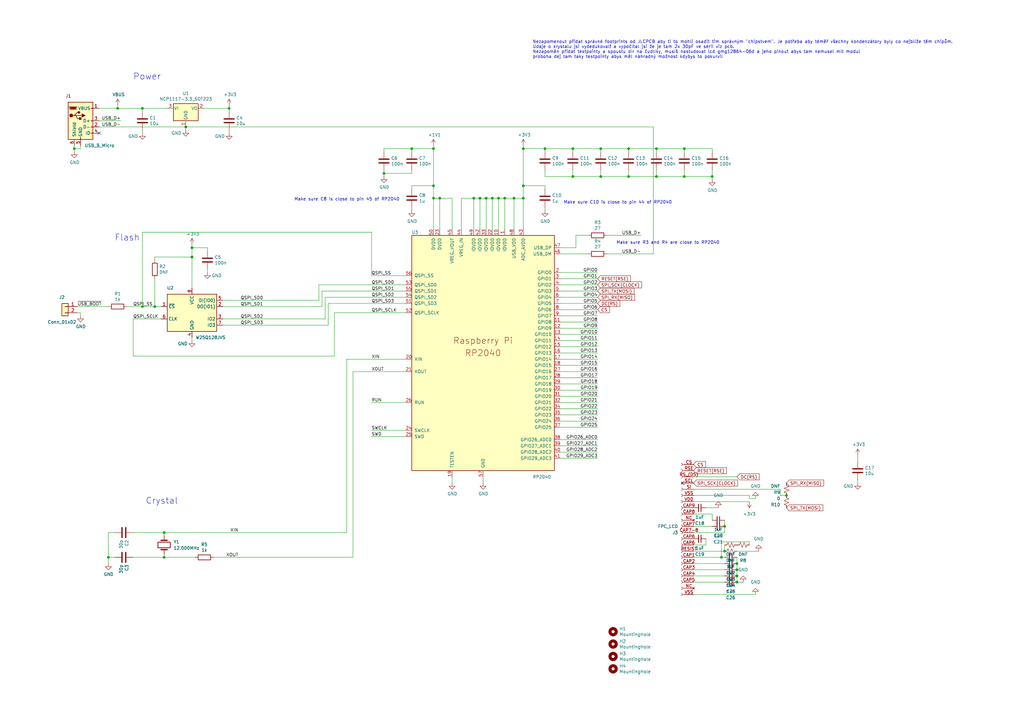
<source format=kicad_sch>
(kicad_sch (version 20211123) (generator eeschema)
  (paper "A3")
  (title_block (title "RP2040 Minimal Design Example") (date "2020-12-18") (rev "REV1") (company "Raspberry Pi (Trading) Ltd"))
  (lib_symbols
    (symbol "Connector:FPC_LCD" (pin_names (offset 1.016) hide)
      (property "Reference" "J?" (at 1.27 0.0001 0))
      (property "Value" "FPC_LCD" (at 1.27 -2.5399 0))
      (symbol "FPC_LCD_1_1"
        (arc (start 0 -27.432) (mid -0.508 -27.94) (end 0 -28.448) (stroke (width 0.1524)))
        (arc (start 0 -24.892) (mid -0.508 -25.4) (end 0 -25.908) (stroke (width 0.1524)))
        (arc (start 0 -22.352) (mid -0.508 -22.86) (end 0 -23.368) (stroke (width 0.1524)))
        (arc (start 0 -19.812) (mid -0.508 -20.32) (end 0 -20.828) (stroke (width 0.1524)))
        (arc (start 0 -17.272) (mid -0.508 -17.78) (end 0 -18.288) (stroke (width 0.1524)))
        (arc (start 0 -14.732) (mid -0.508 -15.24) (end 0 -15.748) (stroke (width 0.1524)))
        (arc (start 0 -12.192) (mid -0.508 -12.7) (end 0 -13.208) (stroke (width 0.1524)))
        (arc (start 0 -9.652) (mid -0.508 -10.16) (end 0 -10.668) (stroke (width 0.1524)))
        (arc (start 0 -7.112) (mid -0.508 -7.62) (end 0 -8.128) (stroke (width 0.1524)))
        (arc (start 0 -4.572) (mid -0.508 -5.08) (end 0 -5.588) (stroke (width 0.1524)))
        (arc (start 0 -2.032) (mid -0.508 -2.54) (end 0 -3.048) (stroke (width 0.1524)))
        (polyline (pts (xy -1.27 -27.94) (xy -0.508 -27.94)) (stroke (width 0.1524)))
        (polyline (pts (xy -1.27 -25.4) (xy -0.508 -25.4)) (stroke (width 0.1524)))
        (polyline (pts (xy -1.27 -22.86) (xy -0.508 -22.86)) (stroke (width 0.1524)))
        (polyline (pts (xy -1.27 -20.32) (xy -0.508 -20.32)) (stroke (width 0.1524)))
        (polyline (pts (xy -1.27 -17.78) (xy -0.508 -17.78)) (stroke (width 0.1524)))
        (polyline (pts (xy -1.27 -15.24) (xy -0.508 -15.24)) (stroke (width 0.1524)))
        (polyline (pts (xy -1.27 -12.7) (xy -0.508 -12.7)) (stroke (width 0.1524)))
        (polyline (pts (xy -1.27 -10.16) (xy -0.508 -10.16)) (stroke (width 0.1524)))
        (polyline (pts (xy -1.27 -7.62) (xy -0.508 -7.62)) (stroke (width 0.1524)))
        (polyline (pts (xy -1.27 -5.08) (xy -0.508 -5.08)) (stroke (width 0.1524)))
        (polyline (pts (xy -1.27 -2.54) (xy -0.508 -2.54)) (stroke (width 0.1524)))
        (polyline (pts (xy -1.27 0) (xy -0.508 0)) (stroke (width 0.1524)))
        (polyline (pts (xy -1.27 2.54) (xy -0.508 2.54)) (stroke (width 0.1524)))
        (polyline (pts (xy -1.27 5.08) (xy -0.508 5.08)) (stroke (width 0.1524)))
        (polyline (pts (xy -1.27 7.62) (xy -0.508 7.62)) (stroke (width 0.1524)))
        (polyline (pts (xy -1.27 10.16) (xy -0.508 10.16)) (stroke (width 0.1524)))
        (polyline (pts (xy -1.27 12.7) (xy -0.508 12.7)) (stroke (width 0.1524)))
        (polyline (pts (xy -1.27 15.24) (xy -0.508 15.24)) (stroke (width 0.1524)))
        (polyline (pts (xy -1.27 17.78) (xy -0.508 17.78)) (stroke (width 0.1524)))
        (polyline (pts (xy -1.27 20.32) (xy -0.508 20.32)) (stroke (width 0.1524)))
        (polyline (pts (xy -1.27 22.86) (xy -0.508 22.86)) (stroke (width 0.1524)))
        (polyline (pts (xy -1.27 25.4) (xy -0.508 25.4)) (stroke (width 0.1524)))
        (arc (start 0 0.508) (mid -0.508 0) (end 0 -0.508) (stroke (width 0.1524)))
        (arc (start 0 3.048) (mid -0.508 2.54) (end 0 2.032) (stroke (width 0.1524)))
        (arc (start 0 5.588) (mid -0.508 5.08) (end 0 4.572) (stroke (width 0.1524)))
        (arc (start 0 8.128) (mid -0.508 7.62) (end 0 7.112) (stroke (width 0.1524)))
        (arc (start 0 10.668) (mid -0.508 10.16) (end 0 9.652) (stroke (width 0.1524)))
        (arc (start 0 13.208) (mid -0.508 12.7) (end 0 12.192) (stroke (width 0.1524)))
        (arc (start 0 15.748) (mid -0.508 15.24) (end 0 14.732) (stroke (width 0.1524)))
        (arc (start 0 18.288) (mid -0.508 17.78) (end 0 17.272) (stroke (width 0.1524)))
        (arc (start 0 20.828) (mid -0.508 20.32) (end 0 19.812) (stroke (width 0.1524)))
        (arc (start 0 23.368) (mid -0.508 22.86) (end 0 22.352) (stroke (width 0.1524)))
        (arc (start 0 25.908) (mid -0.508 25.4) (end 0 24.892) (stroke (width 0.1524)))
        (pin unspecified line (at -5.08 10.16 0) (length 3.81) (name "Pin_7") (number "CAP1"))
        (pin unspecified line (at -5.08 12.7 0) (length 3.81) (name "Pin_6") (number "CAP2"))
        (pin unspecified line (at -5.08 15.24 0) (length 3.81) (name "Pin_5") (number "CAP3"))
        (pin unspecified line (at -5.08 17.78 0) (length 3.81) (name "Pin_4") (number "CAP4"))
        (pin unspecified line (at -5.08 20.32 0) (length 3.81) (name "Pin_3") (number "CAP5"))
        (pin unspecified line (at -5.08 2.54 0) (length 3.81) (name "Pin_10") (number "CAP6"))
        (pin unspecified line (at -5.08 5.08 0) (length 3.81) (name "Pin_9") (number "CAP6"))
        (pin unspecified line (at -5.08 -2.54 0) (length 3.81) (name "Pin_12") (number "CAP7"))
        (pin unspecified line (at -5.08 0 0) (length 3.81) (name "Pin_11") (number "CAP7-8"))
        (pin unspecified line (at -5.08 -7.62 0) (length 3.81) (name "Pin_14") (number "CAP8"))
        (pin unspecified line (at -5.08 -10.16 0) (length 3.81) (name "Pin_15") (number "CAP9"))
        (pin input line (at -5.08 -27.94 0) (length 3.81) (name "Pin_22") (number "CS"))
        (pin no_connect line (at -5.08 -5.08 0) (length 3.81) (name "Pin_13") (number "NC"))
        (pin no_connect line (at -5.08 22.86 0) (length 3.81) (name "Pin_2") (number "NC"))
        (pin unspecified line (at -5.08 7.62 0) (length 3.81) (name "Pin_8") (number "RESIST"))
        (pin input line (at -5.08 -25.4 0) (length 3.81) (name "Pin_21") (number "RSE"))
        (pin input line (at -5.08 -22.86 0) (length 3.81) (name "Pin_20") (number "RS_(DS)"))
        (pin input clock (at -5.08 -20.32 0) (length 3.81) (name "Pin_19") (number "SCL"))
        (pin input line (at -5.08 -17.78 0) (length 3.81) (name "Pin_18") (number "SI"))
        (pin power_in line (at -5.08 -12.7 0) (length 3.81) (name "Pin_16") (number "VDD"))
        (pin power_in line (at -5.08 25.4 0) (length 3.81) (name "Pin_1") (number "VSS"))
        (pin power_in line (at -5.08 -15.24 0) (length 3.81) (name "Pin_17") (number "VSS"))
      )
    )
    (symbol "Connector:USB_B_Micro" (pin_names (offset 1.016))
      (property "Reference" "J" (at -5.08 11.43 0))
      (property "Value" "USB_B_Micro" (at -5.08 8.89 0))
      (symbol "USB_B_Micro_0_1"
        (rectangle (start -5.08 -7.62) (end 5.08 7.62) (stroke (width 0.254)) (fill (type background)))
        (circle (center -3.81 2.159) (radius 0.635) (stroke (width 0.254)) (fill (type outline)))
        (circle (center -0.635 3.429) (radius 0.381) (stroke (width 0.254)) (fill (type outline)))
        (rectangle (start -0.127 -7.62) (end 0.127 -6.858))
        (polyline (pts (xy -1.905 2.159) (xy 0.635 2.159)) (stroke (width 0.254)))
        (polyline (pts (xy -3.175 2.159) (xy -2.54 2.159) (xy -1.27 3.429) (xy -0.635 3.429)) (stroke (width 0.254)))
        (polyline (pts (xy -2.54 2.159) (xy -1.905 2.159) (xy -1.27 0.889) (xy 0 0.889)) (stroke (width 0.254)))
        (polyline (pts (xy 0.635 2.794) (xy 0.635 1.524) (xy 1.905 2.159) (xy 0.635 2.794)) (stroke (width 0.254)) (fill (type outline)))
        (polyline (pts (xy -4.318 5.588) (xy -1.778 5.588) (xy -2.032 4.826) (xy -4.064 4.826) (xy -4.318 5.588)) (fill (type outline)))
        (polyline (pts (xy -4.699 5.842) (xy -4.699 5.588) (xy -4.445 4.826) (xy -4.445 4.572) (xy -1.651 4.572) (xy -1.651 4.826) (xy -1.397 5.588) (xy -1.397 5.842) (xy -4.699 5.842)))
        (rectangle (start 0.254 1.27) (end -0.508 0.508) (stroke (width 0.254)) (fill (type outline)))
        (rectangle (start 5.08 -5.207) (end 4.318 -4.953))
        (rectangle (start 5.08 -2.667) (end 4.318 -2.413))
        (rectangle (start 5.08 -0.127) (end 4.318 0.127))
        (rectangle (start 5.08 4.953) (end 4.318 5.207))
      )
      (symbol "USB_B_Micro_1_1"
        (pin power_out line (at 7.62 5.08 180) (length 2.54) (name "VBUS") (number "1"))
        (pin bidirectional line (at 7.62 -2.54 180) (length 2.54) (name "D-") (number "2"))
        (pin bidirectional line (at 7.62 0 180) (length 2.54) (name "D+") (number "3"))
        (pin passive line (at 7.62 -5.08 180) (length 2.54) (name "ID") (number "4"))
        (pin power_out line (at 0 -10.16 90) (length 2.54) (name "GND") (number "5"))
        (pin passive line (at -2.54 -10.16 90) (length 2.54) (name "Shield") (number "6"))
      )
    )
    (symbol "Connector_Generic:Conn_01x02" (pin_names (offset 1.016) hide)
      (property "Reference" "J" (at 0 2.54 0))
      (property "Value" "Conn_01x02" (at 0 -5.08 0))
      (symbol "Conn_01x02_1_1"
        (rectangle (start -1.27 -2.413) (end 0 -2.667) (stroke (width 0.1524)))
        (rectangle (start -1.27 0.127) (end 0 -0.127) (stroke (width 0.1524)))
        (rectangle (start -1.27 1.27) (end 1.27 -3.81) (stroke (width 0.254)) (fill (type background)))
        (pin passive line (at -5.08 0 0) (length 3.81) (name "Pin_1") (number "1"))
        (pin passive line (at -5.08 -2.54 0) (length 3.81) (name "Pin_2") (number "2"))
      )
    )
    (symbol "Device:C" (pin_numbers hide) (pin_names (offset 0.254))
      (property "Reference" "C" (at 0.635 2.54 0))
      (property "Value" "C" (at 0.635 -2.54 0))
      (symbol "C_0_1"
        (polyline (pts (xy -2.032 -0.762) (xy 2.032 -0.762)) (stroke (width 0.508)))
        (polyline (pts (xy -2.032 0.762) (xy 2.032 0.762)) (stroke (width 0.508)))
      )
      (symbol "C_1_1"
        (pin passive line (at 0 3.81 270) (length 2.794) (name "~") (number "1"))
        (pin passive line (at 0 -3.81 90) (length 2.794) (name "~") (number "2"))
      )
    )
    (symbol "Device:C_Small" (pin_numbers hide) (pin_names (offset 0.254) hide)
      (property "Reference" "C" (at 0.254 1.778 0))
      (property "Value" "C_Small" (at 0.254 -2.032 0))
      (symbol "C_Small_0_1"
        (polyline (pts (xy -1.524 -0.508) (xy 1.524 -0.508)) (stroke (width 0.3302)))
        (polyline (pts (xy -1.524 0.508) (xy 1.524 0.508)) (stroke (width 0.3048)))
      )
      (symbol "C_Small_1_1"
        (pin passive line (at 0 2.54 270) (length 2.032) (name "~") (number "1"))
        (pin passive line (at 0 -2.54 90) (length 2.032) (name "~") (number "2"))
      )
    )
    (symbol "Device:Crystal" (pin_numbers hide) (pin_names (offset 1.016) hide)
      (property "Reference" "Y" (at 0 3.81 0))
      (property "Value" "Crystal" (at 0 -3.81 0))
      (symbol "Crystal_0_1"
        (rectangle (start -1.143 2.54) (end 1.143 -2.54) (stroke (width 0.3048)))
        (polyline (pts (xy -2.54 0) (xy -1.905 0)))
        (polyline (pts (xy -1.905 -1.27) (xy -1.905 1.27)) (stroke (width 0.508)))
        (polyline (pts (xy 1.905 -1.27) (xy 1.905 1.27)) (stroke (width 0.508)))
        (polyline (pts (xy 2.54 0) (xy 1.905 0)))
      )
      (symbol "Crystal_1_1"
        (pin passive line (at -3.81 0 0) (length 1.27) (name "1") (number "1"))
        (pin passive line (at 3.81 0 180) (length 1.27) (name "2") (number "2"))
      )
    )
    (symbol "Device:R" (pin_numbers hide) (pin_names (offset 0))
      (property "Reference" "R" (at 2.032 0 90))
      (property "Value" "R" (at 0 0 90))
      (symbol "R_0_1"
        (rectangle (start -1.016 -2.54) (end 1.016 2.54) (stroke (width 0.254)))
      )
      (symbol "R_1_1"
        (pin passive line (at 0 3.81 270) (length 1.27) (name "~") (number "1"))
        (pin passive line (at 0 -3.81 90) (length 1.27) (name "~") (number "2"))
      )
    )
    (symbol "Device:R_Small_US" (pin_numbers hide) (pin_names (offset 0.254) hide)
      (property "Reference" "R" (at 0.762 0.508 0))
      (property "Value" "R_Small_US" (at 0.762 -1.016 0))
      (symbol "R_Small_US_1_1"
        (polyline (pts (xy 0 0) (xy 1.016 -0.381) (xy 0 -0.762) (xy -1.016 -1.143) (xy 0 -1.524)))
        (polyline (pts (xy 0 1.524) (xy 1.016 1.143) (xy 0 0.762) (xy -1.016 0.381) (xy 0 0)))
        (pin passive line (at 0 2.54 270) (length 1.016) (name "~") (number "1"))
        (pin passive line (at 0 -2.54 90) (length 1.016) (name "~") (number "2"))
      )
    )
    (symbol "MCU_RaspberryPi_RP2040:RP2040" (pin_names (offset 1.016))
      (property "Reference" "U" (at -29.21 49.53 0))
      (property "Value" "RP2040" (at 24.13 -49.53 0))
      (symbol "RP2040_0_0"
        (text "Raspberry Pi" (at 0 5.08 0) (effects (font (size 2.54 2.54))))
        (text "RP2040" (at 0 0 0) (effects (font (size 2.54 2.54))))
      )
      (symbol "RP2040_0_1"
        (rectangle (start 29.21 48.26) (end -29.21 -48.26) (stroke (width 0.254)) (fill (type background)))
      )
      (symbol "RP2040_1_1"
        (pin power_in line (at 8.89 50.8 270) (length 2.54) (name "IOVDD") (number "1"))
        (pin power_in line (at 6.35 50.8 270) (length 2.54) (name "IOVDD") (number "10"))
        (pin bidirectional line (at 31.75 12.7 180) (length 2.54) (name "GPIO8") (number "11"))
        (pin bidirectional line (at 31.75 10.16 180) (length 2.54) (name "GPIO9") (number "12"))
        (pin bidirectional line (at 31.75 7.62 180) (length 2.54) (name "GPIO10") (number "13"))
        (pin bidirectional line (at 31.75 5.08 180) (length 2.54) (name "GPIO11") (number "14"))
        (pin bidirectional line (at 31.75 2.54 180) (length 2.54) (name "GPIO12") (number "15"))
        (pin bidirectional line (at 31.75 0 180) (length 2.54) (name "GPIO13") (number "16"))
        (pin bidirectional line (at 31.75 -2.54 180) (length 2.54) (name "GPIO14") (number "17"))
        (pin bidirectional line (at 31.75 -5.08 180) (length 2.54) (name "GPIO15") (number "18"))
        (pin passive line (at -12.7 -50.8 90) (length 2.54) (name "TESTEN") (number "19"))
        (pin bidirectional line (at 31.75 33.02 180) (length 2.54) (name "GPIO0") (number "2"))
        (pin input line (at -31.75 -2.54 0) (length 2.54) (name "XIN") (number "20"))
        (pin passive line (at -31.75 -7.62 0) (length 2.54) (name "XOUT") (number "21"))
        (pin power_in line (at 3.81 50.8 270) (length 2.54) (name "IOVDD") (number "22"))
        (pin power_in line (at -17.78 50.8 270) (length 2.54) (name "DVDD") (number "23"))
        (pin output line (at -31.75 -31.75 0) (length 2.54) (name "SWCLK") (number "24"))
        (pin bidirectional line (at -31.75 -34.29 0) (length 2.54) (name "SWD") (number "25"))
        (pin input line (at -31.75 -20.32 0) (length 2.54) (name "RUN") (number "26"))
        (pin bidirectional line (at 31.75 -7.62 180) (length 2.54) (name "GPIO16") (number "27"))
        (pin bidirectional line (at 31.75 -10.16 180) (length 2.54) (name "GPIO17") (number "28"))
        (pin bidirectional line (at 31.75 -12.7 180) (length 2.54) (name "GPIO18") (number "29"))
        (pin bidirectional line (at 31.75 30.48 180) (length 2.54) (name "GPIO1") (number "3"))
        (pin bidirectional line (at 31.75 -15.24 180) (length 2.54) (name "GPIO19") (number "30"))
        (pin bidirectional line (at 31.75 -17.78 180) (length 2.54) (name "GPIO20") (number "31"))
        (pin bidirectional line (at 31.75 -20.32 180) (length 2.54) (name "GPIO21") (number "32"))
        (pin power_in line (at 1.27 50.8 270) (length 2.54) (name "IOVDD") (number "33"))
        (pin bidirectional line (at 31.75 -22.86 180) (length 2.54) (name "GPIO22") (number "34"))
        (pin bidirectional line (at 31.75 -25.4 180) (length 2.54) (name "GPIO23") (number "35"))
        (pin bidirectional line (at 31.75 -27.94 180) (length 2.54) (name "GPIO24") (number "36"))
        (pin bidirectional line (at 31.75 -30.48 180) (length 2.54) (name "GPIO25") (number "37"))
        (pin bidirectional line (at 31.75 -35.56 180) (length 2.54) (name "GPIO26_ADC0") (number "38"))
        (pin bidirectional line (at 31.75 -38.1 180) (length 2.54) (name "GPIO27_ADC1") (number "39"))
        (pin bidirectional line (at 31.75 27.94 180) (length 2.54) (name "GPIO2") (number "4"))
        (pin bidirectional line (at 31.75 -40.64 180) (length 2.54) (name "GPIO28_ADC2") (number "40"))
        (pin bidirectional line (at 31.75 -43.18 180) (length 2.54) (name "GPIO29_ADC3") (number "41"))
        (pin power_in line (at -1.27 50.8 270) (length 2.54) (name "IOVDD") (number "42"))
        (pin power_in line (at 16.51 50.8 270) (length 2.54) (name "ADC_AVDD") (number "43"))
        (pin power_in line (at -8.89 50.8 270) (length 2.54) (name "VREG_IN") (number "44"))
        (pin power_out line (at -12.7 50.8 270) (length 2.54) (name "VREG_VOUT") (number "45"))
        (pin bidirectional line (at 31.75 40.64 180) (length 2.54) (name "USB_DM") (number "46"))
        (pin bidirectional line (at 31.75 43.18 180) (length 2.54) (name "USB_DP") (number "47"))
        (pin power_in line (at 12.7 50.8 270) (length 2.54) (name "USB_VDD") (number "48"))
        (pin power_in line (at -3.81 50.8 270) (length 2.54) (name "IOVDD") (number "49"))
        (pin bidirectional line (at 31.75 25.4 180) (length 2.54) (name "GPIO3") (number "5"))
        (pin power_in line (at -20.32 50.8 270) (length 2.54) (name "DVDD") (number "50"))
        (pin bidirectional line (at -31.75 20.32 0) (length 2.54) (name "QSPI_SD3") (number "51"))
        (pin output line (at -31.75 16.51 0) (length 2.54) (name "QSPI_SCLK") (number "52"))
        (pin bidirectional line (at -31.75 27.94 0) (length 2.54) (name "QSPI_SD0") (number "53"))
        (pin bidirectional line (at -31.75 22.86 0) (length 2.54) (name "QSPI_SD2") (number "54"))
        (pin bidirectional line (at -31.75 25.4 0) (length 2.54) (name "QSPI_SD1") (number "55"))
        (pin bidirectional line (at -31.75 31.75 0) (length 2.54) (name "QSPI_SS") (number "56"))
        (pin power_in line (at 0 -50.8 90) (length 2.54) (name "GND") (number "57"))
        (pin bidirectional line (at 31.75 22.86 180) (length 2.54) (name "GPIO4") (number "6"))
        (pin bidirectional line (at 31.75 20.32 180) (length 2.54) (name "GPIO5") (number "7"))
        (pin bidirectional line (at 31.75 17.78 180) (length 2.54) (name "GPIO6") (number "8"))
        (pin bidirectional line (at 31.75 15.24 180) (length 2.54) (name "GPIO7") (number "9"))
      )
    )
    (symbol "Mechanical:MountingHole" (pin_names (offset 1.016))
      (property "Reference" "H" (at 0 5.08 0))
      (property "Value" "MountingHole" (at 0 3.175 0))
      (symbol "MountingHole_0_1"
        (circle (center 0 0) (radius 1.27) (stroke (width 1.27)))
      )
    )
    (symbol "Memory_Flash:W25Q128JVS"
      (property "Reference" "U" (at -8.89 8.89 0))
      (property "Value" "W25Q128JVS" (at 7.62 8.89 0))
      (symbol "W25Q128JVS_0_1"
        (rectangle (start -10.16 7.62) (end 10.16 -7.62) (stroke (width 0.254)) (fill (type background)))
      )
      (symbol "W25Q128JVS_1_1"
        (pin input line (at -12.7 2.54 0) (length 2.54) (name "~{CS}") (number "1"))
        (pin bidirectional line (at 12.7 2.54 180) (length 2.54) (name "DO(IO1)") (number "2"))
        (pin bidirectional line (at 12.7 -2.54 180) (length 2.54) (name "IO2") (number "3"))
        (pin power_in line (at 0 -10.16 90) (length 2.54) (name "GND") (number "4"))
        (pin bidirectional line (at 12.7 5.08 180) (length 2.54) (name "DI(IO0)") (number "5"))
        (pin input line (at -12.7 -2.54 0) (length 2.54) (name "CLK") (number "6"))
        (pin bidirectional line (at 12.7 -5.08 180) (length 2.54) (name "IO3") (number "7"))
        (pin power_in line (at 0 10.16 270) (length 2.54) (name "VCC") (number "8"))
      )
    )
    (symbol "Regulator_Linear:NCP1117-3.3_SOT223" (pin_names (offset 0.254))
      (property "Reference" "U" (at -3.81 3.175 0))
      (property "Value" "NCP1117-3.3_SOT223" (at 0 3.175 0))
      (symbol "NCP1117-3.3_SOT223_0_1"
        (rectangle (start -5.08 -5.08) (end 5.08 1.905) (stroke (width 0.254)) (fill (type background)))
      )
      (symbol "NCP1117-3.3_SOT223_1_1"
        (pin power_in line (at 0 -7.62 90) (length 2.54) (name "GND") (number "1"))
        (pin power_out line (at 7.62 0 180) (length 2.54) (name "VO") (number "2"))
        (pin power_in line (at -7.62 0 0) (length 2.54) (name "VI") (number "3"))
      )
    )
    (symbol "power:+1V1" (power) (pin_names (offset 0))
      (property "Value" "+1V1" (at 0 3.556 0))
      (symbol "+1V1_0_1"
        (polyline (pts (xy -0.762 1.27) (xy 0 2.54)))
        (polyline (pts (xy 0 0) (xy 0 2.54)))
        (polyline (pts (xy 0 2.54) (xy 0.762 1.27)))
      )
      (symbol "+1V1_1_1"
        (pin power_in line (at 0 0 90) (length 0) hide (name "+1V1") (number "1"))
      )
    )
    (symbol "power:+3V3" (power) (pin_names (offset 0))
      (property "Value" "+3V3" (at 0 3.556 0))
      (symbol "+3V3_0_1"
        (polyline (pts (xy -0.762 1.27) (xy 0 2.54)))
        (polyline (pts (xy 0 0) (xy 0 2.54)))
        (polyline (pts (xy 0 2.54) (xy 0.762 1.27)))
      )
      (symbol "+3V3_1_1"
        (pin power_in line (at 0 0 90) (length 0) hide (name "+3V3") (number "1"))
      )
    )
    (symbol "power:GND" (power) (pin_names (offset 0))
      (property "Value" "GND" (at 0 -3.81 0))
      (symbol "GND_0_1"
        (polyline (pts (xy 0 0) (xy 0 -1.27) (xy 1.27 -1.27) (xy 0 -2.54) (xy -1.27 -1.27) (xy 0 -1.27)))
      )
      (symbol "GND_1_1"
        (pin power_in line (at 0 0 270) (length 0) hide (name "GND") (number "1"))
      )
    )
    (symbol "power:VBUS" (power) (pin_names (offset 0))
      (property "Value" "VBUS" (at 0 3.81 0))
      (symbol "VBUS_0_1"
        (polyline (pts (xy -0.762 1.27) (xy 0 2.54)))
        (polyline (pts (xy 0 0) (xy 0 2.54)))
        (polyline (pts (xy 0 2.54) (xy 0.762 1.27)))
      )
      (symbol "VBUS_1_1"
        (pin power_in line (at 0 0 90) (length 0) hide (name "VBUS") (number "1"))
      )
    )
  )
  (junction (at 58.42 44.45))
  (junction (at 78.74 101.6))
  (junction (at 257.81 72.39))
  (junction (at 48.26 44.45))
  (junction (at 214.63 81.28))
  (junction (at 234.95 60.96))
  (junction (at 58.42 125.73))
  (junction (at 63.5 125.73))
  (junction (at 246.38 60.96))
  (junction (at 177.8 81.28))
  (junction (at 76.2 52.07))
  (junction (at 246.38 72.39))
  (junction (at 302.26 236.22))
  (junction (at 280.67 60.96))
  (junction (at 207.01 81.28))
  (junction (at 194.31 81.28))
  (junction (at 297.18 215.9))
  (junction (at 302.26 233.68))
  (junction (at 223.52 60.96))
  (junction (at 269.24 72.39))
  (junction (at 177.8 76.2))
  (junction (at 157.48 71.12))
  (junction (at 234.95 72.39))
  (junction (at 322.58 203.2))
  (junction (at 44.45 228.6))
  (junction (at 78.74 105.41))
  (junction (at 177.8 60.96))
  (junction (at 30.48 60.96))
  (junction (at 297.18 226.06))
  (junction (at 214.63 60.96))
  (junction (at 302.26 238.76))
  (junction (at 180.34 81.28))
  (junction (at 199.39 81.28))
  (junction (at 201.93 81.28))
  (junction (at 269.24 60.96))
  (junction (at 67.31 228.6))
  (junction (at 67.31 218.44))
  (junction (at 257.81 60.96))
  (junction (at 168.91 60.96))
  (junction (at 210.82 81.28))
  (junction (at 196.85 81.28))
  (junction (at 93.98 44.45))
  (junction (at 214.63 76.2))
  (junction (at 280.67 72.39))
  (junction (at 295.91 228.6))
  (junction (at 204.47 81.28))
  (junction (at 292.1 72.39))
  (junction (at 302.26 231.14))
  (no_connect (at 40.64 54.61))
  (wire (pts (xy 223.52 62.23) (xy 223.52 60.96)))
  (wire (pts (xy 33.02 60.96) (xy 30.48 60.96)))
  (wire (pts (xy 54.61 130.81) (xy 54.61 146.05)))
  (wire (pts (xy 185.42 195.58) (xy 185.42 198.12)))
  (wire (pts (xy 234.95 62.23) (xy 234.95 60.96)))
  (wire (pts (xy 58.42 95.25) (xy 152.4 95.25)))
  (wire (pts (xy 229.87 129.54) (xy 245.11 129.54)))
  (wire (pts (xy 302.26 238.76) (xy 302.26 236.22)))
  (wire (pts (xy 194.31 93.98) (xy 194.31 81.28)))
  (wire (pts (xy 292.1 210.82) (xy 292.1 213.36)))
  (wire (pts (xy 295.91 228.6) (xy 284.48 228.6)))
  (wire (pts (xy 229.87 187.96) (xy 245.11 187.96)))
  (wire (pts (xy 33.02 128.27) (xy 33.02 129.54)))
  (wire (pts (xy 229.87 154.94) (xy 245.11 154.94)))
  (wire (pts (xy 229.87 172.72) (xy 245.11 172.72)))
  (wire (pts (xy 194.31 81.28) (xy 196.85 81.28)))
  (wire (pts (xy 257.81 72.39) (xy 246.38 72.39)))
  (wire (pts (xy 234.95 72.39) (xy 223.52 72.39)))
  (wire (pts (xy 248.92 96.52) (xy 262.89 96.52)))
  (wire (pts (xy 58.42 125.73) (xy 63.5 125.73)))
  (wire (pts (xy 91.44 133.35) (xy 134.62 133.35)))
  (wire (pts (xy 48.26 43.18) (xy 48.26 44.45)))
  (wire (pts (xy 204.47 93.98) (xy 204.47 81.28)))
  (wire (pts (xy 229.87 152.4) (xy 245.11 152.4)))
  (wire (pts (xy 157.48 71.12) (xy 157.48 72.39)))
  (wire (pts (xy 229.87 170.18) (xy 245.11 170.18)))
  (wire (pts (xy 52.07 125.73) (xy 58.42 125.73)))
  (wire (pts (xy 144.78 152.4) (xy 144.78 228.6)))
  (wire (pts (xy 304.8 238.76) (xy 302.26 238.76)))
  (wire (pts (xy 199.39 81.28) (xy 201.93 81.28)))
  (wire (pts (xy 134.62 124.46) (xy 134.62 133.35)))
  (wire (pts (xy 297.18 226.06) (xy 284.48 226.06)))
  (wire (pts (xy 76.2 52.07) (xy 76.2 53.34)))
  (wire (pts (xy 229.87 121.92) (xy 245.11 121.92)))
  (wire (pts (xy 91.44 130.81) (xy 133.35 130.81)))
  (wire (pts (xy 302.26 236.22) (xy 302.26 233.68)))
  (wire (pts (xy 307.34 222.25) (xy 295.91 222.25)))
  (wire (pts (xy 204.47 81.28) (xy 207.01 81.28)))
  (wire (pts (xy 63.5 106.68) (xy 63.5 105.41)))
  (wire (pts (xy 280.67 69.85) (xy 280.67 72.39)))
  (wire (pts (xy 295.91 222.25) (xy 295.91 228.6)))
  (wire (pts (xy 229.87 175.26) (xy 245.11 175.26)))
  (wire (pts (xy 132.08 125.73) (xy 132.08 119.38)))
  (wire (pts (xy 297.18 236.22) (xy 284.48 236.22)))
  (wire (pts (xy 185.42 93.98) (xy 185.42 81.28)))
  (wire (pts (xy 297.18 231.14) (xy 284.48 231.14)))
  (wire (pts (xy 130.81 123.19) (xy 130.81 116.84)))
  (wire (pts (xy 307.34 203.2) (xy 307.34 204.47)))
  (wire (pts (xy 137.16 128.27) (xy 166.37 128.27)))
  (wire (pts (xy 30.48 60.96) (xy 30.48 62.23)))
  (wire (pts (xy 30.48 59.69) (xy 30.48 60.96)))
  (wire (pts (xy 68.58 44.45) (xy 58.42 44.45)))
  (wire (pts (xy 289.56 223.52) (xy 284.48 223.52)))
  (wire (pts (xy 91.44 123.19) (xy 130.81 123.19)))
  (wire (pts (xy 234.95 69.85) (xy 234.95 72.39)))
  (wire (pts (xy 177.8 59.69) (xy 177.8 60.96)))
  (wire (pts (xy 87.63 228.6) (xy 144.78 228.6)))
  (wire (pts (xy 196.85 93.98) (xy 196.85 81.28)))
  (wire (pts (xy 246.38 62.23) (xy 246.38 60.96)))
  (wire (pts (xy 302.26 231.14) (xy 302.26 228.6)))
  (wire (pts (xy 44.45 125.73) (xy 31.75 125.73)))
  (wire (pts (xy 67.31 227.33) (xy 67.31 228.6)))
  (wire (pts (xy 185.42 81.28) (xy 180.34 81.28)))
  (wire (pts (xy 44.45 228.6) (xy 44.45 231.14)))
  (wire (pts (xy 168.91 85.09) (xy 168.91 86.36)))
  (wire (pts (xy 214.63 76.2) (xy 223.52 76.2)))
  (wire (pts (xy 294.64 208.28) (xy 289.56 208.28)))
  (wire (pts (xy 157.48 69.85) (xy 157.48 71.12)))
  (wire (pts (xy 201.93 81.28) (xy 204.47 81.28)))
  (wire (pts (xy 307.34 204.47) (xy 309.88 204.47)))
  (wire (pts (xy 269.24 60.96) (xy 280.67 60.96)))
  (wire (pts (xy 78.74 100.33) (xy 78.74 101.6)))
  (wire (pts (xy 144.78 152.4) (xy 166.37 152.4)))
  (wire (pts (xy 44.45 218.44) (xy 44.45 228.6)))
  (wire (pts (xy 284.48 203.2) (xy 307.34 203.2)))
  (wire (pts (xy 210.82 81.28) (xy 214.63 81.28)))
  (wire (pts (xy 152.4 95.25) (xy 152.4 113.03)))
  (wire (pts (xy 48.26 44.45) (xy 58.42 44.45)))
  (wire (pts (xy 58.42 125.73) (xy 58.42 95.25)))
  (wire (pts (xy 229.87 149.86) (xy 245.11 149.86)))
  (wire (pts (xy 257.81 62.23) (xy 257.81 60.96)))
  (wire (pts (xy 269.24 62.23) (xy 269.24 60.96)))
  (wire (pts (xy 351.79 186.69) (xy 351.79 189.23)))
  (wire (pts (xy 83.82 44.45) (xy 93.98 44.45)))
  (wire (pts (xy 229.87 119.38) (xy 245.11 119.38)))
  (wire (pts (xy 214.63 60.96) (xy 214.63 76.2)))
  (wire (pts (xy 229.87 139.7) (xy 245.11 139.7)))
  (wire (pts (xy 297.18 233.68) (xy 284.48 233.68)))
  (wire (pts (xy 229.87 101.6) (xy 236.22 101.6)))
  (wire (pts (xy 236.22 96.52) (xy 236.22 101.6)))
  (wire (pts (xy 229.87 111.76) (xy 245.11 111.76)))
  (wire (pts (xy 85.09 102.87) (xy 85.09 101.6)))
  (wire (pts (xy 58.42 53.34) (xy 58.42 54.61)))
  (wire (pts (xy 267.97 52.07) (xy 267.97 104.14)))
  (wire (pts (xy 289.56 220.98) (xy 289.56 223.52)))
  (wire (pts (xy 223.52 60.96) (xy 234.95 60.96)))
  (wire (pts (xy 199.39 93.98) (xy 199.39 81.28)))
  (wire (pts (xy 229.87 114.3) (xy 245.11 114.3)))
  (wire (pts (xy 201.93 93.98) (xy 201.93 81.28)))
  (wire (pts (xy 229.87 165.1) (xy 245.11 165.1)))
  (wire (pts (xy 214.63 60.96) (xy 223.52 60.96)))
  (wire (pts (xy 269.24 69.85) (xy 269.24 72.39)))
  (wire (pts (xy 58.42 45.72) (xy 58.42 44.45)))
  (wire (pts (xy 63.5 114.3) (xy 63.5 125.73)))
  (wire (pts (xy 177.8 81.28) (xy 177.8 93.98)))
  (wire (pts (xy 157.48 60.96) (xy 168.91 60.96)))
  (wire (pts (xy 67.31 218.44) (xy 142.24 218.44)))
  (wire (pts (xy 76.2 52.07) (xy 267.97 52.07)))
  (wire (pts (xy 207.01 81.28) (xy 210.82 81.28)))
  (wire (pts (xy 166.37 113.03) (xy 152.4 113.03)))
  (wire (pts (xy 280.67 72.39) (xy 292.1 72.39)))
  (wire (pts (xy 229.87 180.34) (xy 245.11 180.34)))
  (wire (pts (xy 133.35 130.81) (xy 133.35 121.92)))
  (wire (pts (xy 180.34 93.98) (xy 180.34 81.28)))
  (wire (pts (xy 93.98 45.72) (xy 93.98 44.45)))
  (wire (pts (xy 166.37 165.1) (xy 152.4 165.1)))
  (wire (pts (xy 168.91 60.96) (xy 177.8 60.96)))
  (wire (pts (xy 189.23 81.28) (xy 194.31 81.28)))
  (wire (pts (xy 46.99 218.44) (xy 44.45 218.44)))
  (wire (pts (xy 280.67 60.96) (xy 292.1 60.96)))
  (wire (pts (xy 297.18 238.76) (xy 284.48 238.76)))
  (wire (pts (xy 157.48 71.12) (xy 168.91 71.12)))
  (wire (pts (xy 246.38 60.96) (xy 257.81 60.96)))
  (wire (pts (xy 302.26 233.68) (xy 302.26 231.14)))
  (wire (pts (xy 229.87 134.62) (xy 245.11 134.62)))
  (wire (pts (xy 214.63 81.28) (xy 214.63 93.98)))
  (wire (pts (xy 236.22 96.52) (xy 241.3 96.52)))
  (wire (pts (xy 229.87 157.48) (xy 245.11 157.48)))
  (wire (pts (xy 229.87 104.14) (xy 241.3 104.14)))
  (wire (pts (xy 284.48 218.44) (xy 297.18 218.44)))
  (wire (pts (xy 210.82 93.98) (xy 210.82 81.28)))
  (wire (pts (xy 168.91 71.12) (xy 168.91 69.85)))
  (wire (pts (xy 168.91 77.47) (xy 168.91 76.2)))
  (wire (pts (xy 78.74 138.43) (xy 78.74 139.7)))
  (wire (pts (xy 297.18 215.9) (xy 297.18 213.36)))
  (wire (pts (xy 229.87 124.46) (xy 245.11 124.46)))
  (wire (pts (xy 311.15 226.06) (xy 302.26 226.06)))
  (wire (pts (xy 229.87 147.32) (xy 245.11 147.32)))
  (wire (pts (xy 229.87 127) (xy 245.11 127)))
  (wire (pts (xy 257.81 69.85) (xy 257.81 72.39)))
  (wire (pts (xy 63.5 105.41) (xy 78.74 105.41)))
  (wire (pts (xy 85.09 101.6) (xy 78.74 101.6)))
  (wire (pts (xy 157.48 62.23) (xy 157.48 60.96)))
  (wire (pts (xy 54.61 228.6) (xy 67.31 228.6)))
  (wire (pts (xy 234.95 60.96) (xy 246.38 60.96)))
  (wire (pts (xy 307.34 205.74) (xy 284.48 205.74)))
  (wire (pts (xy 40.64 52.07) (xy 76.2 52.07)))
  (wire (pts (xy 223.52 77.47) (xy 223.52 76.2)))
  (wire (pts (xy 229.87 137.16) (xy 245.11 137.16)))
  (wire (pts (xy 229.87 116.84) (xy 245.11 116.84)))
  (wire (pts (xy 177.8 76.2) (xy 177.8 81.28)))
  (wire (pts (xy 246.38 72.39) (xy 234.95 72.39)))
  (wire (pts (xy 91.44 125.73) (xy 132.08 125.73)))
  (wire (pts (xy 93.98 44.45) (xy 93.98 43.18)))
  (wire (pts (xy 297.18 228.6) (xy 295.91 228.6)))
  (wire (pts (xy 198.12 195.58) (xy 198.12 198.12)))
  (wire (pts (xy 133.35 121.92) (xy 166.37 121.92)))
  (wire (pts (xy 134.62 124.46) (xy 166.37 124.46)))
  (wire (pts (xy 166.37 179.07) (xy 152.4 179.07)))
  (wire (pts (xy 223.52 85.09) (xy 223.52 86.36)))
  (wire (pts (xy 320.04 200.66) (xy 320.04 203.2)))
  (wire (pts (xy 269.24 72.39) (xy 257.81 72.39)))
  (wire (pts (xy 189.23 93.98) (xy 189.23 81.28)))
  (wire (pts (xy 142.24 218.44) (xy 142.24 147.32)))
  (wire (pts (xy 168.91 76.2) (xy 177.8 76.2)))
  (wire (pts (xy 93.98 53.34) (xy 93.98 54.61)))
  (wire (pts (xy 280.67 62.23) (xy 280.67 60.96)))
  (wire (pts (xy 31.75 128.27) (xy 33.02 128.27)))
  (wire (pts (xy 67.31 228.6) (xy 80.01 228.6)))
  (wire (pts (xy 223.52 69.85) (xy 223.52 72.39)))
  (wire (pts (xy 168.91 62.23) (xy 168.91 60.96)))
  (wire (pts (xy 214.63 76.2) (xy 214.63 81.28)))
  (wire (pts (xy 78.74 105.41) (xy 78.74 118.11)))
  (wire (pts (xy 54.61 218.44) (xy 67.31 218.44)))
  (wire (pts (xy 292.1 62.23) (xy 292.1 60.96)))
  (wire (pts (xy 309.88 243.84) (xy 284.48 243.84)))
  (wire (pts (xy 46.99 228.6) (xy 44.45 228.6)))
  (wire (pts (xy 207.01 81.28) (xy 207.01 93.98)))
  (wire (pts (xy 54.61 130.81) (xy 66.04 130.81)))
  (wire (pts (xy 257.81 60.96) (xy 269.24 60.96)))
  (wire (pts (xy 292.1 69.85) (xy 292.1 72.39)))
  (wire (pts (xy 67.31 218.44) (xy 67.31 219.71)))
  (wire (pts (xy 229.87 132.08) (xy 245.11 132.08)))
  (wire (pts (xy 40.64 44.45) (xy 48.26 44.45)))
  (wire (pts (xy 180.34 81.28) (xy 177.8 81.28)))
  (wire (pts (xy 137.16 146.05) (xy 137.16 128.27)))
  (wire (pts (xy 284.48 200.66) (xy 320.04 200.66)))
  (wire (pts (xy 302.26 195.58) (xy 284.48 195.58)))
  (wire (pts (xy 142.24 147.32) (xy 166.37 147.32)))
  (wire (pts (xy 229.87 142.24) (xy 245.11 142.24)))
  (wire (pts (xy 229.87 160.02) (xy 245.11 160.02)))
  (wire (pts (xy 196.85 81.28) (xy 199.39 81.28)))
  (wire (pts (xy 229.87 162.56) (xy 245.11 162.56)))
  (wire (pts (xy 351.79 196.85) (xy 351.79 198.12)))
  (wire (pts (xy 229.87 167.64) (xy 245.11 167.64)))
  (wire (pts (xy 40.64 49.53) (xy 49.53 49.53)))
  (wire (pts (xy 248.92 104.14) (xy 267.97 104.14)))
  (wire (pts (xy 85.09 110.49) (xy 85.09 111.76)))
  (wire (pts (xy 130.81 116.84) (xy 166.37 116.84)))
  (wire (pts (xy 284.48 210.82) (xy 292.1 210.82)))
  (wire (pts (xy 229.87 182.88) (xy 245.11 182.88)))
  (wire (pts (xy 280.67 72.39) (xy 269.24 72.39)))
  (wire (pts (xy 78.74 101.6) (xy 78.74 105.41)))
  (wire (pts (xy 246.38 69.85) (xy 246.38 72.39)))
  (wire (pts (xy 297.18 226.06) (xy 297.18 223.52)))
  (wire (pts (xy 132.08 119.38) (xy 166.37 119.38)))
  (wire (pts (xy 214.63 59.69) (xy 214.63 60.96)))
  (wire (pts (xy 292.1 215.9) (xy 284.48 215.9)))
  (wire (pts (xy 297.18 218.44) (xy 297.18 215.9)))
  (wire (pts (xy 229.87 185.42) (xy 245.11 185.42)))
  (wire (pts (xy 307.34 223.52) (xy 307.34 222.25)))
  (wire (pts (xy 229.87 144.78) (xy 245.11 144.78)))
  (wire (pts (xy 63.5 125.73) (xy 66.04 125.73)))
  (wire (pts (xy 292.1 72.39) (xy 292.1 73.66)))
  (wire (pts (xy 166.37 176.53) (xy 152.4 176.53)))
  (wire (pts (xy 33.02 59.69) (xy 33.02 60.96)))
  (wire (pts (xy 54.61 146.05) (xy 137.16 146.05)))
  (wire (pts (xy 320.04 203.2) (xy 322.58 203.2)))
  (wire (pts (xy 177.8 60.96) (xy 177.8 76.2)))
  (text "Nezapomenout přidat správné footprints od JLCPCB aby ti to mohli osadit tim správným \"chipstvem\". Je potřeba aby téměř všechny kondenzátory byly co nejblíže těm chipům.\nÚdaje o krystalu jsi vydedukoval! a vypočítal jsi že je tam 2x 30pF ve sérii viz pcb.\nNezapoměn přidat testpointy a spoustu dír na čudlíky, musíš nastudovat lcd gmg12864-06d a jeho pinout abys tam nemusel mít modul\nproboha dej tam taky testpointy abys měl náhradný možnost kdybys to pokurvil" (at 218.44 24.13 0) (effects (font (size 1.27 1.27)) (justify left bottom)))
  (text "Power" (at 54.61 33.02 0) (effects (font (size 2.54 2.54)) (justify left bottom)))
  (text "Crystal" (at 59.69 207.01 0) (effects (font (size 2.54 2.54)) (justify left bottom)))
  (text "Make sure C10 is close to pin 44 of RP2040" (at 231.14 83.82 0) (effects (font (size 1.27 1.27)) (justify left bottom)))
  (text "Make sure R3 and R4 are close to RP2040" (at 252.73 100.33 0) (effects (font (size 1.27 1.27)) (justify left bottom)))
  (text "Make sure C8 is close to pin 45 of RP2040" (at 120.65 82.55 0) (effects (font (size 1.27 1.27)) (justify left bottom)))
  (text "Flash" (at 46.99 99.06 0) (effects (font (size 2.54 2.54)) (justify left bottom)))
  (label "QSPI_SCLK" (at 152.4 128.27 0))
  (label "QSPI_SCLK" (at 54.61 130.81 0))
  (label "GPIO5" (at 245.11 124.46 180))
  (label "QSPI_SS" (at 152.4 113.03 0))
  (label "GPIO10" (at 245.11 137.16 180))
  (label "GPIO4" (at 245.11 121.92 180))
  (label "GPIO11" (at 245.11 139.7 180))
  (label "GPIO17" (at 245.11 154.94 180))
  (label "SWD" (at 152.4 179.07 0))
  (label "XOUT" (at 152.4 152.4 0))
  (label "USB_D-" (at 49.53 52.07 180))
  (label "QSPI_SD0" (at 107.95 123.19 180))
  (label "QSPI_SD1" (at 152.4 119.38 0))
  (label "GPIO25" (at 245.11 175.26 180))
  (label "QSPI_SD2" (at 107.95 130.81 180))
  (label "GPIO27_ADC1" (at 245.11 182.88 180))
  (label "GPIO3" (at 245.11 119.38 180))
  (label "XOUT" (at 97.79 228.6 180))
  (label "GPIO12" (at 245.11 142.24 180))
  (label "GPIO0" (at 245.11 111.76 180))
  (label "GPIO15" (at 245.11 149.86 180))
  (label "GPIO7" (at 245.11 129.54 180))
  (label "GPIO28_ADC2" (at 245.11 185.42 180))
  (label "GPIO22" (at 245.11 167.64 180))
  (label "GPIO20" (at 245.11 162.56 180))
  (label "GPIO16" (at 245.11 152.4 180))
  (label "QSPI_SS" (at 54.61 125.73 0))
  (label "~{USB_BOOT}" (at 31.75 125.73 0))
  (label "GPIO23" (at 245.11 170.18 180))
  (label "XIN" (at 152.4 147.32 0))
  (label "SWCLK" (at 152.4 176.53 0))
  (label "GPIO13" (at 245.11 144.78 180))
  (label "GPIO2" (at 245.11 116.84 180))
  (label "GPIO26_ADC0" (at 245.11 180.34 180))
  (label "QSPI_SD3" (at 107.95 133.35 180))
  (label "QSPI_SD1" (at 107.95 125.73 180))
  (label "QSPI_SD2" (at 152.4 121.92 0))
  (label "USB_D+" (at 262.89 96.52 180))
  (label "QSPI_SD3" (at 152.4 124.46 0))
  (label "GPIO14" (at 245.11 147.32 180))
  (label "GPIO19" (at 245.11 160.02 180))
  (label "GPIO9" (at 245.11 134.62 180))
  (label "USB_D-" (at 262.89 104.14 180))
  (label "USB_D+" (at 49.53 49.53 180))
  (label "XIN" (at 97.79 218.44 180))
  (label "QSPI_SD0" (at 152.4 116.84 0))
  (label "GPIO6" (at 245.11 127 180))
  (label "GPIO21" (at 245.11 165.1 180))
  (label "GPIO29_ADC3" (at 245.11 187.96 180))
  (label "GPIO1" (at 245.11 114.3 180))
  (label "GPIO8" (at 245.11 132.08 180))
  (label "GPIO24" (at 245.11 172.72 180))
  (label "RUN" (at 152.4 165.1 0))
  (label "GPIO18" (at 245.11 157.48 180))
  (global_label "SPI_TX(MOSI)" (shape input) (at 322.58 208.28 0) (property "Intersheet References" "${INTERSHEET_REFS}" (effects hide)))
  (global_label "CS" (shape input) (at 245.11 127 0) (property "Intersheet References" "${INTERSHEET_REFS}" (effects hide)))
  (global_label "CS" (shape input) (at 284.48 190.5 0) (property "Intersheet References" "${INTERSHEET_REFS}" (effects hide)))
  (global_label "RESET(RSE)" (shape input) (at 284.48 193.04 0) (property "Intersheet References" "${INTERSHEET_REFS}" (effects hide)))
  (global_label "RESET(RSE)" (shape input) (at 245.11 114.3 0) (property "Intersheet References" "${INTERSHEET_REFS}" (effects hide)))
  (global_label "DC(RS)" (shape input) (at 302.26 195.58 0) (property "Intersheet References" "${INTERSHEET_REFS}" (effects hide)))
  (global_label "SPI_RX(MISO)" (shape input) (at 322.58 198.12 0) (property "Intersheet References" "${INTERSHEET_REFS}" (effects hide)))
  (global_label "SPI_TX(MOSI)" (shape input) (at 245.11 119.38 0) (property "Intersheet References" "${INTERSHEET_REFS}" (effects hide)))
  (global_label "SPI_RX(MISO)" (shape input) (at 245.11 121.92 0) (property "Intersheet References" "${INTERSHEET_REFS}" (effects hide)))
  (global_label "DC(RS)" (shape input) (at 245.11 124.46 0) (property "Intersheet References" "${INTERSHEET_REFS}" (effects hide)))
  (global_label "SPI_SCK(CLOCK)" (shape input) (at 245.11 116.84 0) (property "Intersheet References" "${INTERSHEET_REFS}" (effects hide)))
  (global_label "SPI_SCK(CLOCK)" (shape input) (at 284.48 198.12 0) (property "Intersheet References" "${INTERSHEET_REFS}" (effects hide)))
  (symbol (lib_id "MCU_RaspberryPi_RP2040:RP2040") (at 198.12 144.78 0) (unit 1)
    (property "Reference" "U3" (at 170.18 95.25 0))
    (property "Value" "RP2040" (at 222.25 195.58 0))
    (property "Footprint" "RP2040_minimal:RP2040-QFN-56" (effects hide))
  )
  (symbol (lib_id "Device:C") (at 50.8 218.44 270) (unit 1)
    (property "Reference" "C2" (at 51.9684 221.361 0) (effects (justify left)))
    (property "Value" "30p" (at 49.657 221.361 0) (effects (justify left)))
    (property "Footprint" "Capacitor_SMD:C_0402_1005Metric" (effects hide))
  )
  (symbol (lib_id "Device:C") (at 50.8 228.6 270) (unit 1)
    (property "Reference" "C3" (at 51.9684 231.521 0) (effects (justify left)))
    (property "Value" "30p" (at 49.657 231.521 0) (effects (justify left)))
    (property "Footprint" "Capacitor_SMD:C_0402_1005Metric" (effects hide))
  )
  (symbol (lib_id "power:GND") (at 44.45 231.14 0) (unit 1)
    (property "Reference" "#PWR06" (effects hide))
    (property "Value" "GND" (at 44.577 235.5342 0))
  )
  (symbol (lib_id "Memory_Flash:W25Q128JVS") (at 78.74 128.27 0) (unit 1)
    (property "Reference" "U2" (at 69.85 118.11 0))
    (property "Value" "W25Q128JVS" (at 86.36 138.43 0))
    (property "Footprint" "Package_SO:SOIC-8_5.23x5.23mm_P1.27mm" (effects hide))
    (property "Datasheet" "http://www.winbond.com/resource-files/w25q128jv_dtr%20revc%2003272018%20plus.pdf" (effects hide))
  )
  (symbol (lib_id "power:+3V3") (at 78.74 100.33 0) (unit 1)
    (property "Reference" "#PWR07" (effects hide))
    (property "Value" "+3V3" (at 79.121 95.9358 0))
  )
  (symbol (lib_id "power:GND") (at 78.74 139.7 0) (unit 1)
    (property "Reference" "#PWR08" (effects hide))
    (property "Value" "GND" (at 74.93 140.97 0))
  )
  (symbol (lib_id "Device:R") (at 63.5 110.49 0) (unit 1)
    (property "Reference" "R2" (at 65.278 109.3216 0) (effects (justify left)))
    (property "Value" "DNF" (at 65.278 111.633 0) (effects (justify left)))
    (property "Footprint" "Capacitor_SMD:C_0402_1005Metric" (effects hide))
  )
  (symbol (lib_id "Device:R") (at 48.26 125.73 270) (unit 1)
    (property "Reference" "R1" (at 48.26 120.4722 90))
    (property "Value" "1k" (at 48.26 122.7836 90))
    (property "Footprint" "Capacitor_SMD:C_0402_1005Metric" (effects hide))
  )
  (symbol (lib_id "Device:C") (at 85.09 106.68 0) (unit 1)
    (property "Reference" "C5" (at 88.011 105.5116 0) (effects (justify left)))
    (property "Value" "100n" (at 88.011 107.823 0) (effects (justify left)))
    (property "Footprint" "Capacitor_SMD:C_0402_1005Metric" (effects hide))
  )
  (symbol (lib_id "power:GND") (at 85.09 111.76 0) (unit 1)
    (property "Reference" "#PWR011" (effects hide))
    (property "Value" "GND" (at 88.9 113.03 0))
  )
  (symbol (lib_id "Connector:USB_B_Micro") (at 33.02 49.53 0) (unit 1)
    (property "Reference" "J1" (at 29.21 39.37 0) (effects (justify right)))
    (property "Value" "USB_B_Micro" (at 46.99 59.69 0) (effects (justify right)))
    (property "Footprint" "RP2040_minimal:USB_Micro-B_Amphenol_10103594-0001LF_Horizontal_modified" (effects hide))
  )
  (symbol (lib_id "power:GND") (at 198.12 198.12 0) (unit 1)
    (property "Reference" "#PWR016" (effects hide))
    (property "Value" "GND" (at 198.247 202.5142 0))
  )
  (symbol (lib_id "power:GND") (at 185.42 198.12 0) (unit 1)
    (property "Reference" "#PWR015" (effects hide))
    (property "Value" "GND" (at 185.547 202.5142 0))
  )
  (symbol (lib_id "Device:R") (at 245.11 96.52 270) (unit 1)
    (property "Reference" "R3" (at 245.11 91.2622 90))
    (property "Value" "27" (at 245.11 93.5736 90))
    (property "Footprint" "Capacitor_SMD:C_0402_1005Metric" (effects hide))
  )
  (symbol (lib_id "Device:R") (at 245.11 104.14 270) (unit 1)
    (property "Reference" "R4" (at 245.11 98.8822 90))
    (property "Value" "27" (at 245.11 101.1936 90))
    (property "Footprint" "Capacitor_SMD:C_0402_1005Metric" (effects hide))
  )
  (symbol (lib_id "power:GND") (at 30.48 62.23 0) (unit 1)
    (property "Reference" "#PWR01" (effects hide))
    (property "Value" "GND" (at 30.607 66.6242 0))
  )
  (symbol (lib_id "power:+3V3") (at 214.63 59.69 0) (unit 1)
    (property "Reference" "#PWR017" (effects hide))
    (property "Value" "+3V3" (at 215.011 55.2958 0))
  )
  (symbol (lib_id "power:+1V1") (at 177.8 59.69 0) (unit 1)
    (property "Reference" "#PWR014" (effects hide))
    (property "Value" "+1V1" (at 178.181 55.2958 0))
  )
  (symbol (lib_id "Device:C") (at 223.52 66.04 0) (unit 1)
    (property "Reference" "C9" (at 226.441 64.8716 0) (effects (justify left)))
    (property "Value" "100n" (at 226.441 67.183 0) (effects (justify left)))
    (property "Footprint" "Capacitor_SMD:C_0402_1005Metric" (effects hide))
  )
  (symbol (lib_id "Device:C") (at 234.95 66.04 0) (unit 1)
    (property "Reference" "C11" (at 237.871 64.8716 0) (effects (justify left)))
    (property "Value" "100n" (at 237.871 67.183 0) (effects (justify left)))
    (property "Footprint" "Capacitor_SMD:C_0402_1005Metric" (effects hide))
  )
  (symbol (lib_id "Device:C") (at 246.38 66.04 0) (unit 1)
    (property "Reference" "C12" (at 249.301 64.8716 0) (effects (justify left)))
    (property "Value" "100n" (at 249.301 67.183 0) (effects (justify left)))
    (property "Footprint" "Capacitor_SMD:C_0402_1005Metric" (effects hide))
  )
  (symbol (lib_id "Device:C") (at 257.81 66.04 0) (unit 1)
    (property "Reference" "C13" (at 260.731 64.8716 0) (effects (justify left)))
    (property "Value" "100n" (at 260.731 67.183 0) (effects (justify left)))
    (property "Footprint" "Capacitor_SMD:C_0402_1005Metric" (effects hide))
  )
  (symbol (lib_id "Device:C") (at 269.24 66.04 0) (unit 1)
    (property "Reference" "C14" (at 272.161 64.8716 0) (effects (justify left)))
    (property "Value" "100n" (at 272.161 67.183 0) (effects (justify left)))
    (property "Footprint" "Capacitor_SMD:C_0402_1005Metric" (effects hide))
  )
  (symbol (lib_id "Device:C") (at 280.67 66.04 0) (unit 1)
    (property "Reference" "C15" (at 283.591 64.8716 0) (effects (justify left)))
    (property "Value" "100n" (at 283.591 67.183 0) (effects (justify left)))
    (property "Footprint" "Capacitor_SMD:C_0402_1005Metric" (effects hide))
  )
  (symbol (lib_id "Device:C") (at 292.1 66.04 0) (unit 1)
    (property "Reference" "C16" (at 295.021 64.8716 0) (effects (justify left)))
    (property "Value" "100n" (at 295.021 67.183 0) (effects (justify left)))
    (property "Footprint" "Capacitor_SMD:C_0402_1005Metric" (effects hide))
  )
  (symbol (lib_id "Device:C") (at 157.48 66.04 0) (unit 1)
    (property "Reference" "C6" (at 160.401 64.8716 0) (effects (justify left)))
    (property "Value" "100n" (at 160.401 67.183 0) (effects (justify left)))
    (property "Footprint" "Capacitor_SMD:C_0402_1005Metric" (effects hide))
  )
  (symbol (lib_id "Device:C") (at 168.91 66.04 0) (unit 1)
    (property "Reference" "C7" (at 171.831 64.8716 0) (effects (justify left)))
    (property "Value" "100n" (at 171.831 67.183 0) (effects (justify left)))
    (property "Footprint" "Capacitor_SMD:C_0402_1005Metric" (effects hide))
  )
  (symbol (lib_id "Device:C") (at 168.91 81.28 0) (unit 1)
    (property "Reference" "C8" (at 171.831 80.1116 0) (effects (justify left)))
    (property "Value" "1u" (at 171.831 82.423 0) (effects (justify left)))
    (property "Footprint" "Capacitor_SMD:C_0402_1005Metric" (effects hide))
  )
  (symbol (lib_id "Device:C") (at 223.52 81.28 0) (unit 1)
    (property "Reference" "C10" (at 226.441 80.1116 0) (effects (justify left)))
    (property "Value" "1u" (at 226.441 82.423 0) (effects (justify left)))
    (property "Footprint" "Capacitor_SMD:C_0402_1005Metric" (effects hide))
  )
  (symbol (lib_id "Mechanical:MountingHole") (at 251.46 259.08 0) (unit 1)
    (property "Reference" "H1" (at 254 257.9116 0) (effects (justify left)))
    (property "Value" "MountingHole" (at 254 260.223 0) (effects (justify left)))
    (property "Footprint" "MountingHole:MountingHole_2.7mm_M2.5" (effects hide))
  )
  (symbol (lib_id "Mechanical:MountingHole") (at 251.46 264.16 0) (unit 1)
    (property "Reference" "H2" (at 254 262.9916 0) (effects (justify left)))
    (property "Value" "MountingHole" (at 254 265.303 0) (effects (justify left)))
    (property "Footprint" "MountingHole:MountingHole_2.7mm_M2.5" (effects hide))
  )
  (symbol (lib_id "Mechanical:MountingHole") (at 251.46 269.24 0) (unit 1)
    (property "Reference" "H3" (at 254 268.0716 0) (effects (justify left)))
    (property "Value" "MountingHole" (at 254 270.383 0) (effects (justify left)))
    (property "Footprint" "MountingHole:MountingHole_2.7mm_M2.5" (effects hide))
  )
  (symbol (lib_id "Mechanical:MountingHole") (at 251.46 274.32 0) (unit 1)
    (property "Reference" "H4" (at 254 273.1516 0) (effects (justify left)))
    (property "Value" "MountingHole" (at 254 275.463 0) (effects (justify left)))
    (property "Footprint" "MountingHole:MountingHole_2.7mm_M2.5" (effects hide))
  )
  (symbol (lib_id "power:GND") (at 292.1 73.66 0) (unit 1)
    (property "Reference" "#PWR023" (effects hide))
    (property "Value" "GND" (at 292.227 78.0542 0))
  )
  (symbol (lib_id "power:GND") (at 157.48 72.39 0) (unit 1)
    (property "Reference" "#PWR012" (effects hide))
    (property "Value" "GND" (at 157.607 76.7842 0))
  )
  (symbol (lib_id "power:GND") (at 168.91 86.36 0) (unit 1)
    (property "Reference" "#PWR013" (effects hide))
    (property "Value" "GND" (at 169.037 90.7542 0))
  )
  (symbol (lib_id "power:GND") (at 223.52 86.36 0) (unit 1)
    (property "Reference" "#PWR018" (effects hide))
    (property "Value" "GND" (at 223.647 90.7542 0))
  )
  (symbol (lib_id "Regulator_Linear:NCP1117-3.3_SOT223") (at 76.2 44.45 0) (unit 1)
    (property "Reference" "U1" (at 76.2 38.3032 0))
    (property "Value" "NCP1117-3.3_SOT223" (at 76.2 40.6146 0))
    (property "Footprint" "Package_TO_SOT_SMD:SOT-223-3_TabPin2" (effects hide))
    (property "Datasheet" "http://www.onsemi.com/pub_link/Collateral/NCP1117-D.PDF" (effects hide))
  )
  (symbol (lib_id "power:VBUS") (at 48.26 43.18 0) (unit 1)
    (property "Reference" "#PWR03" (effects hide))
    (property "Value" "VBUS" (at 48.641 38.7858 0))
  )
  (symbol (lib_id "power:GND") (at 76.2 53.34 0) (unit 1)
    (property "Reference" "#PWR05" (effects hide))
    (property "Value" "GND" (at 72.39 54.61 0))
  )
  (symbol (lib_id "power:+3V3") (at 93.98 43.18 0) (unit 1)
    (property "Reference" "#PWR09" (effects hide))
    (property "Value" "+3V3" (at 94.361 38.7858 0))
  )
  (symbol (lib_id "Device:C") (at 58.42 49.53 0) (unit 1)
    (property "Reference" "C1" (at 61.341 48.3616 0) (effects (justify left)))
    (property "Value" "10u" (at 61.341 50.673 0) (effects (justify left)))
    (property "Footprint" "Capacitor_SMD:C_0805_2012Metric" (effects hide))
  )
  (symbol (lib_id "Device:C") (at 93.98 49.53 0) (unit 1)
    (property "Reference" "C4" (at 96.901 48.3616 0) (effects (justify left)))
    (property "Value" "10u" (at 96.901 50.673 0) (effects (justify left)))
    (property "Footprint" "Capacitor_SMD:C_0805_2012Metric" (effects hide))
  )
  (symbol (lib_id "power:GND") (at 58.42 54.61 0) (unit 1)
    (property "Reference" "#PWR04" (effects hide))
    (property "Value" "GND" (at 54.61 55.88 0))
  )
  (symbol (lib_id "power:GND") (at 93.98 54.61 0) (unit 1)
    (property "Reference" "#PWR010" (effects hide))
    (property "Value" "GND" (at 90.17 55.88 0))
  )
  (symbol (lib_id "Device:R") (at 83.82 228.6 270) (unit 1)
    (property "Reference" "R5" (at 83.82 223.3422 90))
    (property "Value" "1k" (at 83.82 225.6536 90))
    (property "Footprint" "Capacitor_SMD:C_0402_1005Metric" (effects hide))
  )
  (symbol (lib_id "power:+3V3") (at 351.79 186.69 0) (unit 1)
    (property "Reference" "#PWR024" (effects hide))
    (property "Value" "+3V3" (at 352.171 182.2958 0))
  )
  (symbol (lib_id "Device:C") (at 351.79 193.04 0) (unit 1)
    (property "Reference" "C17" (at 354.711 191.8716 0) (effects (justify left)))
    (property "Value" "10u" (at 354.711 194.183 0) (effects (justify left)))
    (property "Footprint" "Capacitor_SMD:C_0805_2012Metric" (effects hide))
  )
  (symbol (lib_id "power:GND") (at 351.79 198.12 0) (unit 1)
    (property "Reference" "#PWR025" (effects hide))
    (property "Value" "GND" (at 347.98 199.39 0))
  )
  (symbol (lib_id "Connector_Generic:Conn_01x02") (at 26.67 125.73 0) (mirror y) (unit 1)
    (property "Reference" "J2" (at 25.4 121.92 0))
    (property "Value" "Conn_01x02" (at 25.4 132.08 0))
    (property "Footprint" "Connector_PinHeader_2.54mm:PinHeader_1x02_P2.54mm_Vertical" (effects hide))
  )
  (symbol (lib_id "power:GND") (at 33.02 129.54 0) (unit 1)
    (property "Reference" "#PWR02" (effects hide))
    (property "Value" "GND" (at 33.147 133.9342 0))
  )
  (symbol (lib_id "power:GND") (at 309.88 204.47 180) (unit 1)
    (property "Reference" "#PWR0102" (effects hide))
    (property "Value" "GND" (at 309.88 199.39 0))
  )
  (symbol (lib_id "power:GND") (at 311.15 226.06 180) (unit 1)
    (property "Reference" "#PWR0103" (effects hide))
    (property "Value" "GND" (at 311.15 220.98 0))
  )
  (symbol (lib_id "Device:C_Small") (at 287.02 220.98 270) (unit 1)
    (property "Reference" "C19" (at 287.0137 227.33 90))
    (property "Value" "1uF" (at 287.0137 224.79 90))
    (property "Footprint" "Capacitor_SMD:C_0402_1005Metric" (effects hide))
  )
  (symbol (lib_id "Connector:FPC_LCD") (at 279.4 218.44 180) (unit 1)
    (property "Reference" "J3" (at 278.13 218.4401 0) (effects (justify left)))
    (property "Value" "FPC_LCD" (at 278.13 215.9001 0) (effects (justify left)))
    (property "Footprint" "Connector_FFC-FPC:FCP_LCD" (effects hide))
  )
  (symbol (lib_id "Device:R_Small_US") (at 299.72 223.52 90) (unit 1)
    (property "Reference" "R6" (at 299.72 229.87 90))
    (property "Value" "DNF" (at 299.72 227.33 90))
  )
  (symbol (lib_id "Device:Crystal") (at 67.31 223.52 90) (unit 1)
    (property "Reference" "Y1" (at 71.12 222.2499 90) (effects (justify right)))
    (property "Value" "12.000MHz" (at 71.12 224.7899 90) (effects (justify right)))
    (property "Footprint" "Crystal:Crystal_SMD_HC49-SD_HandSoldering" (effects hide))
  )
  (symbol (lib_id "Device:C_Small") (at 294.64 213.36 270) (unit 1)
    (property "Reference" "C20" (at 294.6337 219.71 90))
    (property "Value" "1uF" (at 294.6337 217.17 90))
    (property "Footprint" "Capacitor_SMD:C_0402_1005Metric" (effects hide))
  )
  (symbol (lib_id "Device:R_Small_US") (at 299.72 226.06 90) (unit 1)
    (property "Reference" "R7" (at 299.72 232.41 90))
    (property "Value" "DNF" (at 299.72 229.87 90))
  )
  (symbol (lib_id "Device:R_Small_US") (at 304.8 223.52 90) (unit 1)
    (property "Reference" "R8" (at 304.8 229.87 90))
    (property "Value" "DNF" (at 304.8 227.33 90))
  )
  (symbol (lib_id "Device:C_Small") (at 299.72 236.22 270) (unit 1)
    (property "Reference" "C25" (at 299.7137 242.57 90))
    (property "Value" "1uF" (at 299.7137 240.03 90))
    (property "Footprint" "Capacitor_SMD:C_0402_1005Metric" (effects hide))
  )
  (symbol (lib_id "power:+3V3") (at 307.34 205.74 180) (unit 1)
    (property "Reference" "#PWR0104" (effects hide))
    (property "Value" "+3V3" (at 307.34 210.82 0))
  )
  (symbol (lib_id "Device:C_Small") (at 294.64 215.9 270) (unit 1)
    (property "Reference" "C21" (at 294.6337 222.25 90))
    (property "Value" "1uF" (at 294.6337 219.71 90))
    (property "Footprint" "Capacitor_SMD:C_0402_1005Metric" (effects hide))
  )
  (symbol (lib_id "power:GND") (at 294.64 208.28 180) (unit 1)
    (property "Reference" "#PWR0105" (effects hide))
    (property "Value" "GND" (at 294.64 203.2 0))
  )
  (symbol (lib_id "Device:C_Small") (at 299.72 238.76 270) (unit 1)
    (property "Reference" "C26" (at 299.7137 245.11 90))
    (property "Value" "1uF" (at 299.7137 242.57 90))
    (property "Footprint" "Capacitor_SMD:C_0402_1005Metric" (effects hide))
  )
  (symbol (lib_id "Device:C_Small") (at 287.02 208.28 270) (unit 1)
    (property "Reference" "C18" (at 287.0137 214.63 90))
    (property "Value" "1uF" (at 287.0137 212.09 90))
    (property "Footprint" "Capacitor_SMD:C_0402_1005Metric" (effects hide))
  )
  (symbol (lib_id "power:GND") (at 309.88 243.84 180) (unit 1)
    (property "Reference" "#PWR0101" (effects hide))
    (property "Value" "GND" (at 309.88 238.76 0))
  )
  (symbol (lib_id "Device:C_Small") (at 299.72 233.68 270) (unit 1)
    (property "Reference" "C24" (at 299.7137 240.03 90))
    (property "Value" "1uF" (at 299.7137 237.49 90))
    (property "Footprint" "Capacitor_SMD:C_0402_1005Metric" (effects hide))
  )
  (symbol (lib_id "power:GND") (at 304.8 238.76 180) (unit 1)
    (property "Reference" "#PWR0106" (effects hide))
    (property "Value" "GND" (at 304.8 233.68 0))
  )
  (symbol (lib_id "Device:C_Small") (at 299.72 231.14 270) (unit 1)
    (property "Reference" "C23" (at 299.7137 237.49 90))
    (property "Value" "1uF" (at 299.7137 234.95 90))
    (property "Footprint" "Capacitor_SMD:C_0402_1005Metric" (effects hide))
  )
  (symbol (lib_id "Device:R_Small_US") (at 322.58 205.74 180) (unit 1)
    (property "Reference" "R10" (at 320.04 207.0101 0) (effects (justify left)))
    (property "Value" "0" (at 320.04 204.4701 0) (effects (justify left)))
  )
  (symbol (lib_id "Device:C_Small") (at 299.72 228.6 270) (unit 1)
    (property "Reference" "C22" (at 299.7137 234.95 90))
    (property "Value" "1uF" (at 299.7137 232.41 90))
    (property "Footprint" "Capacitor_SMD:C_0402_1005Metric" (effects hide))
  )
  (symbol (lib_id "Device:R_Small_US") (at 322.58 200.66 180) (unit 1)
    (property "Reference" "R9" (at 320.04 201.9301 0) (effects (justify left)))
    (property "Value" "DNF" (at 320.04 199.3901 0) (effects (justify left)))
  )
)
</source>
